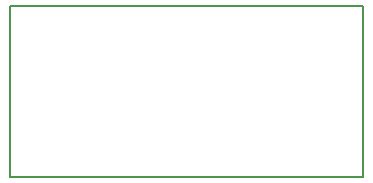
<source format=gbr>
%TF.GenerationSoftware,KiCad,Pcbnew,(6.0.4-0)*%
%TF.CreationDate,2022-07-05T17:19:08+02:00*%
%TF.ProjectId,DC power,44432070-6f77-4657-922e-6b696361645f,rev?*%
%TF.SameCoordinates,Original*%
%TF.FileFunction,Profile,NP*%
%FSLAX46Y46*%
G04 Gerber Fmt 4.6, Leading zero omitted, Abs format (unit mm)*
G04 Created by KiCad (PCBNEW (6.0.4-0)) date 2022-07-05 17:19:08*
%MOMM*%
%LPD*%
G01*
G04 APERTURE LIST*
%TA.AperFunction,Profile*%
%ADD10C,0.200000*%
%TD*%
G04 APERTURE END LIST*
D10*
X125890000Y-94330000D02*
X155770000Y-94330000D01*
X155770000Y-94330000D02*
X155770000Y-108870000D01*
X155770000Y-108870000D02*
X125890000Y-108870000D01*
X125890000Y-108870000D02*
X125890000Y-94330000D01*
M02*

</source>
